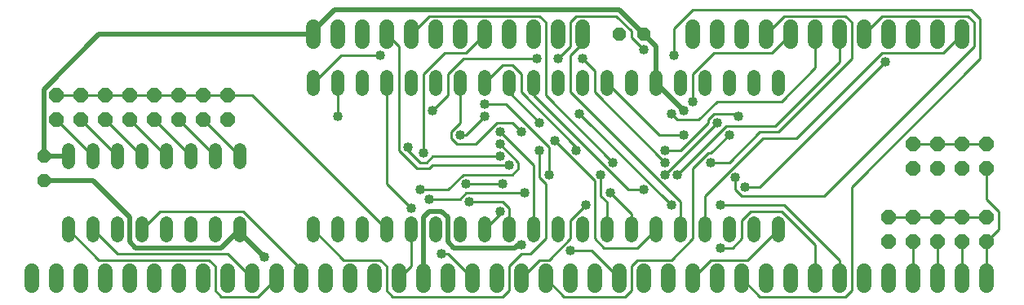
<source format=gtl>
G75*
%MOIN*%
%OFA0B0*%
%FSLAX24Y24*%
%IPPOS*%
%LPD*%
%AMOC8*
5,1,8,0,0,1.08239X$1,22.5*
%
%ADD10C,0.0600*%
%ADD11OC8,0.0600*%
%ADD12OC8,0.0520*%
%ADD13C,0.0520*%
%ADD14C,0.0200*%
%ADD15C,0.0400*%
%ADD16C,0.0100*%
D10*
X000680Y000880D02*
X000680Y001480D01*
X001680Y001480D02*
X001680Y000880D01*
X002680Y000880D02*
X002680Y001480D01*
X003680Y001480D02*
X003680Y000880D01*
X004680Y000880D02*
X004680Y001480D01*
X005680Y001480D02*
X005680Y000880D01*
X006680Y000880D02*
X006680Y001480D01*
X007680Y001480D02*
X007680Y000880D01*
X008680Y000880D02*
X008680Y001480D01*
X009680Y001480D02*
X009680Y000880D01*
X010680Y000880D02*
X010680Y001480D01*
X011680Y001480D02*
X011680Y000880D01*
X012680Y000880D02*
X012680Y001480D01*
X013680Y001480D02*
X013680Y000880D01*
X014680Y000880D02*
X014680Y001480D01*
X015680Y001480D02*
X015680Y000880D01*
X016680Y000880D02*
X016680Y001480D01*
X017680Y001480D02*
X017680Y000880D01*
X018680Y000880D02*
X018680Y001480D01*
X019680Y001480D02*
X019680Y000880D01*
X020680Y000880D02*
X020680Y001480D01*
X021680Y001480D02*
X021680Y000880D01*
X022680Y000880D02*
X022680Y001480D01*
X023680Y001480D02*
X023680Y000880D01*
X024680Y000880D02*
X024680Y001480D01*
X025680Y001480D02*
X025680Y000880D01*
X026680Y000880D02*
X026680Y001480D01*
X027680Y001480D02*
X027680Y000880D01*
X028680Y000880D02*
X028680Y001480D01*
X029680Y001480D02*
X029680Y000880D01*
X030680Y000880D02*
X030680Y001480D01*
X031680Y001480D02*
X031680Y000880D01*
X032680Y000880D02*
X032680Y001480D01*
X033680Y001480D02*
X033680Y000880D01*
X034680Y000880D02*
X034680Y001480D01*
X035680Y001480D02*
X035680Y000880D01*
X036680Y000880D02*
X036680Y001480D01*
X037680Y001480D02*
X037680Y000880D01*
X038680Y000880D02*
X038680Y001480D01*
X039680Y001480D02*
X039680Y000880D01*
X038680Y010880D02*
X038680Y011480D01*
X037680Y011480D02*
X037680Y010880D01*
X036680Y010880D02*
X036680Y011480D01*
X035680Y011480D02*
X035680Y010880D01*
X034680Y010880D02*
X034680Y011480D01*
X033680Y011480D02*
X033680Y010880D01*
X032680Y010880D02*
X032680Y011480D01*
X031680Y011480D02*
X031680Y010880D01*
X030680Y010880D02*
X030680Y011480D01*
X029680Y011480D02*
X029680Y010880D01*
X028680Y010880D02*
X028680Y011480D01*
X027680Y011480D02*
X027680Y010880D01*
X023180Y010880D02*
X023180Y011480D01*
X022180Y011480D02*
X022180Y010880D01*
X021180Y010880D02*
X021180Y011480D01*
X020180Y011480D02*
X020180Y010880D01*
X019180Y010880D02*
X019180Y011480D01*
X018180Y011480D02*
X018180Y010880D01*
X017180Y010880D02*
X017180Y011480D01*
X016180Y011480D02*
X016180Y010880D01*
X015180Y010880D02*
X015180Y011480D01*
X014180Y011480D02*
X014180Y010880D01*
X013180Y010880D02*
X013180Y011480D01*
X012180Y011480D02*
X012180Y010880D01*
D11*
X008680Y008680D03*
X007680Y008680D03*
X006680Y008680D03*
X005680Y008680D03*
X004680Y008680D03*
X003680Y008680D03*
X002680Y008680D03*
X001680Y008680D03*
X001680Y007680D03*
X002680Y007680D03*
X003680Y007680D03*
X004680Y007680D03*
X005680Y007680D03*
X006680Y007680D03*
X007680Y007680D03*
X008680Y007680D03*
X035680Y003680D03*
X036680Y003680D03*
X037680Y003680D03*
X038680Y003680D03*
X039680Y003680D03*
X039680Y002680D03*
X038680Y002680D03*
X037680Y002680D03*
X036680Y002680D03*
X035680Y002680D03*
X036680Y005680D03*
X037680Y005680D03*
X038680Y005680D03*
X039680Y005680D03*
X039680Y006680D03*
X038680Y006680D03*
X037680Y006680D03*
X036680Y006680D03*
D12*
X025680Y011180D03*
X024680Y011180D03*
X001180Y006180D03*
X001180Y005180D03*
D13*
X002180Y005920D02*
X002180Y006440D01*
X003180Y006440D02*
X003180Y005920D01*
X004180Y005920D02*
X004180Y006440D01*
X005180Y006440D02*
X005180Y005920D01*
X006180Y005920D02*
X006180Y006440D01*
X007180Y006440D02*
X007180Y005920D01*
X008180Y005920D02*
X008180Y006440D01*
X009180Y006440D02*
X009180Y005920D01*
X009180Y003440D02*
X009180Y002920D01*
X008180Y002920D02*
X008180Y003440D01*
X007180Y003440D02*
X007180Y002920D01*
X006180Y002920D02*
X006180Y003440D01*
X005180Y003440D02*
X005180Y002920D01*
X004180Y002920D02*
X004180Y003440D01*
X003180Y003440D02*
X003180Y002920D01*
X002180Y002920D02*
X002180Y003440D01*
X012180Y003440D02*
X012180Y002920D01*
X013180Y002920D02*
X013180Y003440D01*
X014180Y003440D02*
X014180Y002920D01*
X015180Y002920D02*
X015180Y003440D01*
X016180Y003440D02*
X016180Y002920D01*
X017180Y002920D02*
X017180Y003440D01*
X018180Y003440D02*
X018180Y002920D01*
X019180Y002920D02*
X019180Y003440D01*
X020180Y003440D02*
X020180Y002920D01*
X021180Y002920D02*
X021180Y003440D01*
X022180Y003440D02*
X022180Y002920D01*
X023180Y002920D02*
X023180Y003440D01*
X024180Y003440D02*
X024180Y002920D01*
X025180Y002920D02*
X025180Y003440D01*
X026180Y003440D02*
X026180Y002920D01*
X027180Y002920D02*
X027180Y003440D01*
X028180Y003440D02*
X028180Y002920D01*
X029180Y002920D02*
X029180Y003440D01*
X030180Y003440D02*
X030180Y002920D01*
X031180Y002920D02*
X031180Y003440D01*
X031180Y008920D02*
X031180Y009440D01*
X030180Y009440D02*
X030180Y008920D01*
X029180Y008920D02*
X029180Y009440D01*
X028180Y009440D02*
X028180Y008920D01*
X027180Y008920D02*
X027180Y009440D01*
X026180Y009440D02*
X026180Y008920D01*
X025180Y008920D02*
X025180Y009440D01*
X024180Y009440D02*
X024180Y008920D01*
X023180Y008920D02*
X023180Y009440D01*
X022180Y009440D02*
X022180Y008920D01*
X021180Y008920D02*
X021180Y009440D01*
X020180Y009440D02*
X020180Y008920D01*
X019180Y008920D02*
X019180Y009440D01*
X018180Y009440D02*
X018180Y008920D01*
X017180Y008920D02*
X017180Y009440D01*
X016180Y009440D02*
X016180Y008920D01*
X015180Y008920D02*
X015180Y009440D01*
X014180Y009440D02*
X014180Y008920D01*
X013180Y008920D02*
X013180Y009440D01*
X012180Y009440D02*
X012180Y008920D01*
D14*
X012180Y011180D02*
X012055Y011180D01*
X013055Y012180D01*
X024680Y012180D01*
X025680Y011180D01*
X026180Y010680D01*
X026180Y009180D01*
X027305Y008055D01*
X017680Y003680D02*
X017430Y003930D01*
X016930Y003930D01*
X016680Y003680D01*
X016680Y001180D01*
X017930Y002430D02*
X017680Y002680D01*
X017680Y003680D01*
X020430Y002430D02*
X020555Y002555D01*
X020680Y002555D01*
X020430Y002430D02*
X017930Y002430D01*
X010180Y002055D02*
X009180Y003055D01*
X009180Y003180D01*
X008430Y002430D01*
X004930Y002430D01*
X004680Y002680D01*
X004680Y003680D01*
X003180Y005180D01*
X001180Y005180D01*
X001180Y006180D02*
X001180Y008930D01*
X003430Y011180D01*
X012055Y011180D01*
X002180Y006180D02*
X001180Y006180D01*
D15*
X013180Y007805D03*
X017055Y008055D03*
X019180Y007805D03*
X019180Y008305D03*
X021430Y007555D03*
X020680Y007180D03*
X019805Y007180D03*
X019805Y006680D03*
X019805Y006180D03*
X020180Y005805D03*
X021805Y005430D03*
X019930Y005055D03*
X020805Y004680D03*
X018555Y004305D03*
X019805Y003930D03*
X016930Y004430D03*
X016555Y004805D03*
X018430Y005055D03*
X016180Y004055D03*
X020680Y002555D03*
X022680Y002305D03*
X017430Y002180D03*
X023305Y004180D03*
X024305Y004680D03*
X025680Y004805D03*
X026555Y005430D03*
X027055Y005430D03*
X026555Y005930D03*
X026555Y006430D03*
X027305Y007055D03*
X028680Y007555D03*
X029555Y007805D03*
X027680Y008430D03*
X027305Y008055D03*
X026805Y007930D03*
X029180Y007055D03*
X028430Y005930D03*
X029430Y005305D03*
X029805Y004930D03*
X028805Y004180D03*
X026805Y004180D03*
X023930Y005430D03*
X024430Y005930D03*
X022930Y006430D03*
X022055Y006805D03*
X021430Y006430D03*
X018180Y007055D03*
X016680Y006305D03*
X016055Y006555D03*
X023055Y007930D03*
X023180Y010180D03*
X022180Y010180D03*
X021305Y010180D03*
X025680Y010555D03*
X026930Y010305D03*
X035555Y010055D03*
X014930Y010305D03*
X028805Y002430D03*
X010180Y002055D03*
D16*
X009680Y001180D02*
X008680Y002180D01*
X004180Y002180D01*
X003180Y003180D01*
X002180Y003180D02*
X003430Y001930D01*
X007930Y001930D01*
X008180Y001680D01*
X008180Y000680D01*
X008430Y000430D01*
X009930Y000430D01*
X010680Y001180D01*
X011680Y001180D02*
X011680Y001555D01*
X009305Y003930D01*
X005930Y003930D01*
X005180Y003180D01*
X012180Y003180D02*
X013430Y001930D01*
X014930Y001930D01*
X015180Y001680D01*
X015180Y000680D01*
X015430Y000430D01*
X019930Y000430D01*
X020180Y000680D01*
X020180Y001680D01*
X020680Y002180D01*
X021055Y002180D01*
X021680Y002805D01*
X021680Y005055D01*
X021430Y005305D01*
X021430Y006430D01*
X021805Y006555D02*
X020055Y008305D01*
X019180Y008305D01*
X017680Y008680D02*
X017680Y009555D01*
X018305Y010180D01*
X021305Y010180D01*
X022180Y010180D02*
X022680Y010680D01*
X022680Y011680D01*
X022930Y011930D01*
X024555Y011930D01*
X025180Y011305D01*
X025180Y011055D01*
X025680Y010555D01*
X026930Y010305D02*
X026930Y011430D01*
X027680Y012180D01*
X039055Y012180D01*
X039430Y011805D01*
X039430Y010180D01*
X034180Y004930D01*
X034180Y000680D01*
X033930Y000430D01*
X030430Y000430D01*
X029680Y001180D01*
X028430Y001930D02*
X027680Y001180D01*
X028430Y001930D02*
X029930Y001930D01*
X031180Y003180D01*
X030055Y003930D02*
X029680Y003555D01*
X029680Y002805D01*
X029305Y002430D01*
X028805Y002430D01*
X027680Y002805D02*
X026805Y001930D01*
X025430Y001930D01*
X025180Y001680D01*
X025180Y000680D01*
X024930Y000430D01*
X022430Y000430D01*
X021680Y001180D01*
X021430Y001930D02*
X020680Y001180D01*
X018680Y001180D02*
X017680Y002180D01*
X017430Y002180D01*
X016180Y001680D02*
X015680Y001180D01*
X016180Y001680D02*
X016180Y003180D01*
X015180Y003180D02*
X009680Y008680D01*
X008680Y008680D01*
X007680Y008680D01*
X006680Y008680D01*
X005680Y008680D01*
X004680Y008680D01*
X003680Y008680D01*
X002680Y008680D01*
X001680Y008680D01*
X001680Y007680D02*
X003180Y006180D01*
X004180Y006180D02*
X002680Y007680D01*
X003680Y007680D02*
X005180Y006180D01*
X006180Y006180D02*
X004680Y007680D01*
X005680Y007680D02*
X007180Y006180D01*
X008180Y006180D02*
X006680Y007680D01*
X007680Y007680D02*
X009180Y006180D01*
X013180Y007805D02*
X013180Y009180D01*
X012180Y009180D02*
X013305Y010305D01*
X014930Y010305D01*
X015680Y010680D02*
X015180Y011180D01*
X016180Y011180D02*
X016930Y011930D01*
X021430Y011930D01*
X021680Y011680D01*
X021680Y008680D01*
X024430Y005930D01*
X023930Y005430D02*
X023930Y004555D01*
X024180Y004305D01*
X024180Y003180D01*
X025180Y003180D02*
X025180Y003805D01*
X024305Y004680D01*
X025055Y004805D02*
X025680Y004805D01*
X025055Y004805D02*
X021180Y008680D01*
X021180Y009180D01*
X020180Y009180D02*
X020180Y008805D01*
X021430Y007555D01*
X020680Y007180D02*
X020305Y007555D01*
X019680Y007555D01*
X018805Y006680D01*
X018055Y006680D01*
X017805Y006930D01*
X017805Y007180D01*
X018180Y007555D01*
X018180Y009180D01*
X019180Y009180D02*
X019930Y009930D01*
X020305Y009930D01*
X020680Y009555D01*
X020680Y008805D01*
X022930Y006555D01*
X022930Y006430D01*
X022055Y006805D02*
X023680Y005180D01*
X023680Y002805D01*
X024055Y002430D01*
X025430Y002430D01*
X026180Y003180D01*
X027180Y003180D02*
X027180Y004305D01*
X022680Y008805D01*
X022680Y010305D01*
X023180Y010805D01*
X023180Y011180D01*
X023180Y010180D02*
X023680Y009680D01*
X023680Y008805D01*
X026555Y005930D01*
X027680Y005680D02*
X027680Y002805D01*
X028180Y003180D02*
X028180Y004555D01*
X030555Y006930D01*
X031930Y006930D01*
X035430Y010430D01*
X037930Y010430D01*
X038680Y011180D01*
X039180Y011680D02*
X039180Y010680D01*
X033055Y004555D01*
X029680Y004555D01*
X029430Y004805D01*
X029430Y005305D01*
X029805Y004930D02*
X030430Y004930D01*
X035555Y010055D01*
X034180Y010180D02*
X034180Y011680D01*
X033930Y011930D01*
X031430Y011930D01*
X030680Y011180D01*
X030930Y010430D02*
X031680Y011180D01*
X032680Y011180D02*
X032680Y009805D01*
X031305Y008430D01*
X028680Y008430D01*
X027930Y007680D01*
X027055Y007680D01*
X026805Y007930D01*
X027680Y008430D02*
X027680Y009555D01*
X028555Y010430D01*
X030930Y010430D01*
X033680Y010055D02*
X033680Y011180D01*
X034680Y011180D02*
X035430Y011930D01*
X038930Y011930D01*
X039180Y011680D01*
X034180Y010180D02*
X031180Y007180D01*
X030430Y007180D01*
X029180Y005930D01*
X028430Y005930D01*
X028305Y006305D02*
X027680Y005680D01*
X027055Y005430D02*
X029055Y007430D01*
X031055Y007430D01*
X033680Y010055D01*
X029555Y007805D02*
X029430Y007930D01*
X028555Y007930D01*
X028305Y007680D01*
X028305Y007555D01*
X027180Y006430D01*
X026555Y006430D01*
X026305Y007055D02*
X027305Y007055D01*
X026305Y007055D02*
X024180Y009180D01*
X023055Y007930D02*
X026805Y004180D01*
X028805Y004180D02*
X031430Y004180D01*
X033680Y001930D01*
X033680Y001180D01*
X032680Y001180D02*
X032680Y002555D01*
X031305Y003930D01*
X030055Y003930D01*
X026555Y005430D02*
X028680Y007555D01*
X029180Y007055D02*
X028430Y006305D01*
X028305Y006305D01*
X021805Y006555D02*
X021805Y005430D01*
X021180Y005805D02*
X019805Y007180D01*
X019180Y007805D02*
X018430Y007055D01*
X018180Y007055D01*
X019805Y006680D02*
X020555Y005930D01*
X020555Y005680D01*
X020305Y005430D01*
X018305Y005430D01*
X017680Y004805D01*
X016555Y004805D01*
X016930Y004430D02*
X018180Y004430D01*
X018430Y004680D01*
X020805Y004680D01*
X020180Y004055D02*
X019930Y004305D01*
X018555Y004305D01*
X019805Y003930D02*
X019805Y003805D01*
X019180Y003180D01*
X020180Y003180D02*
X020180Y004055D01*
X022680Y003555D02*
X022680Y002805D01*
X021805Y001930D01*
X021430Y001930D01*
X022680Y002305D02*
X023555Y002305D01*
X024680Y001180D01*
X021180Y003180D02*
X021180Y005805D01*
X020180Y005805D02*
X017055Y005805D01*
X016930Y005680D01*
X016430Y005680D01*
X015680Y006430D01*
X015680Y010680D01*
X016680Y009555D02*
X017555Y010430D01*
X018430Y010430D01*
X019180Y011180D01*
X016680Y009555D02*
X016680Y006305D01*
X016555Y005930D02*
X016055Y006430D01*
X016055Y006555D01*
X016805Y005930D02*
X017055Y006180D01*
X019805Y006180D01*
X016805Y005930D02*
X016555Y005930D01*
X015180Y005055D02*
X016180Y004055D01*
X015180Y005055D02*
X015180Y009180D01*
X017055Y008055D02*
X017680Y008680D01*
X018430Y005055D02*
X019930Y005055D01*
X022680Y003555D02*
X023305Y004180D01*
X035680Y003680D02*
X036680Y003680D01*
X037680Y003680D01*
X038680Y003680D01*
X039680Y003680D01*
X040180Y003930D02*
X040180Y003180D01*
X039680Y002680D01*
X039680Y001180D01*
X038680Y001180D02*
X038680Y002680D01*
X037680Y002680D02*
X037680Y001180D01*
X036680Y001180D02*
X036680Y002680D01*
X039680Y004430D02*
X040180Y003930D01*
X039680Y004430D02*
X039680Y005680D01*
X039680Y006680D02*
X038680Y006680D01*
X037680Y006680D01*
X036680Y006680D01*
M02*

</source>
